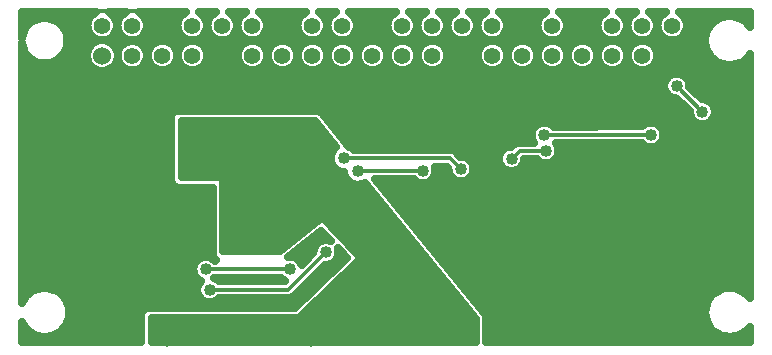
<source format=gbl>
G04 DipTrace 3.0.0.2*
G04 hobo.gbl*
%MOIN*%
G04 #@! TF.FileFunction,Copper,L2,Bot*
G04 #@! TF.Part,Single*
%ADD32C,0.06*%
%ADD33C,0.055433*%
G04 #@! TA.AperFunction,Conductor*
%ADD14C,0.012992*%
G04 #@! TA.AperFunction,CopperBalancing*
%ADD17C,0.025*%
G04 #@! TA.AperFunction,ViaPad*
%ADD40C,0.04*%
%FSLAX26Y26*%
G04*
G70*
G90*
G75*
G01*
G04 Bottom_Plane*
%LPD*%
X1024950Y1118701D2*
D14*
X1056202D1*
X1062451Y1124950D1*
X1262450Y1106201D2*
Y1099950D1*
X1255420D1*
X937450Y437451D2*
X956201D1*
X1418701D2*
X1399951D1*
X1599950Y449950D2*
X1587450D1*
X1581201Y443701D1*
X1831201Y449950D2*
X1812450D1*
X1806201Y443701D1*
X1149951Y499950D2*
X1156201Y493701D1*
X1381201Y1231201D2*
X1149951D1*
X2087451Y1149951D2*
Y1162451D1*
X2099951Y1174951D1*
X1623228Y1487008D2*
X1625394D1*
X1668701Y1443701D1*
X1866535D1*
X1923228Y1387008D1*
X1924507D1*
X1974950Y1437451D1*
X2073672D1*
X2123228Y1487008D1*
X2144144D1*
X2193701Y1437451D1*
X2273672D1*
X2323228Y1487008D1*
X568701Y1256201D2*
Y1306201D1*
X618701Y1256201D2*
Y1306201D1*
X668701Y1256201D2*
Y1306201D1*
X643701Y1331201D1*
X618701Y793701D2*
Y756201D1*
X923228Y1487008D2*
Y1489173D1*
X874950Y1537451D1*
X662451D1*
X637451Y1512451D1*
Y1487451D1*
X1323228Y1487008D2*
X1318257D1*
X1274950Y1443701D1*
X1179921D1*
X1144873Y1408652D1*
X1123228Y1387008D1*
X1323228Y1487008D2*
X1331644D1*
X1381201Y1437451D1*
X1573672D1*
X1623228Y1487008D1*
X923228D2*
X956643D1*
X999950Y1443701D1*
X1109824D1*
X1144873Y1408652D1*
X1849950Y1249950D2*
X1881201D1*
X1037451Y756201D2*
Y731201D1*
X1031201Y724950D1*
X2817046Y923427D2*
Y899564D1*
X2819395Y897215D1*
X2669451Y814009D2*
Y661589D1*
X2723717Y1199958D2*
X2638034Y1285640D1*
X1068701Y674950D2*
X1349951D1*
X1081201Y606201D2*
X1343701D1*
X1468701Y731201D1*
X2202766Y1069374D2*
X2114097D1*
X2087496Y1042773D1*
X1574239Y1003469D2*
X1792575D1*
X2552352Y1122844D2*
X2196772D1*
X1530571Y1044774D2*
X1883450D1*
X1918856Y1009369D1*
D40*
X1024950Y1118701D3*
X1262450Y1106201D3*
X937450Y437451D3*
X1418701D3*
X1599950Y449950D3*
X1831201D3*
X1149951Y499950D3*
X1381201Y1231201D3*
X2087451Y1149951D3*
X568701Y1256201D3*
X618701D3*
X668701D3*
X618701Y793701D3*
X1849950Y1249950D3*
X1037451Y756201D3*
X2817046Y923427D3*
X2669451Y814009D3*
X2723717Y1199958D3*
X2638034Y1285640D3*
X1068701Y674950D3*
X1349951D3*
X1081201Y606201D3*
X1468701Y731201D3*
X2202766Y1069374D3*
X2087496Y1042773D3*
X1574239Y1003469D3*
X1792575D3*
X2552352Y1122844D3*
X2196772D3*
X1530571Y1044774D3*
X1918856Y1009369D3*
X518701Y1256201D3*
X458701Y1506479D2*
D17*
X498842D1*
X564145D2*
X675405D1*
X871030D2*
X975405D1*
X1271030D2*
X1375405D1*
X1571030D2*
X1675405D1*
X2071030D2*
X2175405D1*
X2271030D2*
X2375405D1*
X2671030D2*
X2769790D1*
X2860141D2*
X2880288D1*
X458701Y1481611D2*
X467788D1*
X595200D2*
X671694D1*
X874741D2*
X971694D1*
X1274741D2*
X1371694D1*
X1574741D2*
X1671694D1*
X2074741D2*
X2171694D1*
X2274741D2*
X2371694D1*
X2674741D2*
X2744204D1*
X607114Y1456742D2*
X681801D1*
X764682D2*
X781801D1*
X864682D2*
X981801D1*
X1064682D2*
X1081801D1*
X1164682D2*
X1181801D1*
X1264682D2*
X1381801D1*
X1464682D2*
X1481801D1*
X1564682D2*
X1681801D1*
X1764682D2*
X1781801D1*
X1864682D2*
X1881801D1*
X1964682D2*
X1981801D1*
X2064682D2*
X2181801D1*
X2264682D2*
X2381801D1*
X2464682D2*
X2481801D1*
X2564682D2*
X2581801D1*
X2664682D2*
X2733364D1*
X609555Y1431873D2*
X695229D1*
X751206D2*
X800258D1*
X846176D2*
X900258D1*
X946176D2*
X1000258D1*
X1046176D2*
X1200258D1*
X1246176D2*
X1300258D1*
X1346176D2*
X1400258D1*
X1446176D2*
X1500258D1*
X1546176D2*
X1600258D1*
X1646176D2*
X1700258D1*
X1746176D2*
X1800258D1*
X1846176D2*
X2000258D1*
X2046176D2*
X2100258D1*
X2146176D2*
X2200258D1*
X2246176D2*
X2300258D1*
X2346176D2*
X2400258D1*
X2446176D2*
X2500258D1*
X2546176D2*
X2731118D1*
X603549Y1407004D2*
X673159D1*
X1070786D2*
X1175649D1*
X1870786D2*
X1975649D1*
X2570786D2*
X2736635D1*
X458701Y1382136D2*
X476821D1*
X586167D2*
X669350D1*
X1074790D2*
X1171645D1*
X1874790D2*
X1971645D1*
X2574790D2*
X2752163D1*
X458701Y1357267D2*
X678579D1*
X767905D2*
X781411D1*
X865073D2*
X881411D1*
X965073D2*
X981411D1*
X1065073D2*
X1181411D1*
X1265073D2*
X1281411D1*
X1365073D2*
X1381411D1*
X1465073D2*
X1481411D1*
X1565073D2*
X1581411D1*
X1665073D2*
X1681411D1*
X1765073D2*
X1781411D1*
X1865073D2*
X1981411D1*
X2065073D2*
X2081411D1*
X2165073D2*
X2181411D1*
X2265073D2*
X2281411D1*
X2365073D2*
X2381411D1*
X2465073D2*
X2481411D1*
X2565073D2*
X2795473D1*
X2834458D2*
X2880044D1*
X458701Y1332398D2*
X2879995D1*
X458701Y1307529D2*
X2600161D1*
X2675913D2*
X2879995D1*
X458701Y1282661D2*
X2594057D1*
X2683237D2*
X2879946D1*
X458701Y1257792D2*
X2604653D1*
X2708090D2*
X2879897D1*
X458701Y1232923D2*
X2648549D1*
X2751596D2*
X2879897D1*
X458701Y1208054D2*
X2673403D1*
X2767026D2*
X2879848D1*
X458701Y1183185D2*
X950942D1*
X1466147D2*
X2683169D1*
X2764292D2*
X2879799D1*
X458701Y1158317D2*
X950844D1*
X1486362D2*
X2172573D1*
X2220981D2*
X2528139D1*
X2576596D2*
X2879751D1*
X458701Y1133448D2*
X950844D1*
X1506577D2*
X2154067D1*
X2595053D2*
X2879751D1*
X458701Y1108579D2*
X950844D1*
X1526792D2*
X2155190D1*
X2593930D2*
X2879702D1*
X458701Y1083710D2*
X950844D1*
X1547690D2*
X2077651D1*
X2244321D2*
X2535756D1*
X2568930D2*
X2879653D1*
X458701Y1058842D2*
X950893D1*
X1911606D2*
X2046645D1*
X2245493D2*
X2879604D1*
X458701Y1033973D2*
X950893D1*
X1954917D2*
X2044350D1*
X2130649D2*
X2178432D1*
X2227085D2*
X2879604D1*
X458701Y1009104D2*
X950893D1*
X1836264D2*
X1874770D1*
X1962973D2*
X2060561D1*
X2114438D2*
X2879555D1*
X458701Y984235D2*
X950893D1*
X1831967D2*
X1883217D1*
X1954477D2*
X2879506D1*
X458701Y959367D2*
X952993D1*
X1648129D2*
X2879458D1*
X458701Y934498D2*
X1088393D1*
X1668344D2*
X2879458D1*
X458701Y909629D2*
X1088393D1*
X1688559D2*
X2879409D1*
X458701Y884760D2*
X1088393D1*
X1708774D2*
X2879360D1*
X458701Y859891D2*
X1088393D1*
X1729038D2*
X2879360D1*
X458701Y835023D2*
X1088393D1*
X1749253D2*
X2879311D1*
X458701Y810154D2*
X1088393D1*
X1769467D2*
X2879262D1*
X458701Y785285D2*
X1088393D1*
X1434555D2*
X1467495D1*
X1789682D2*
X2879213D1*
X458701Y760416D2*
X1088393D1*
X1402378D2*
X1436587D1*
X1809897D2*
X2879213D1*
X458701Y735548D2*
X1088393D1*
X1370200D2*
X1424819D1*
X1830112D2*
X2879165D1*
X458701Y710679D2*
X1044887D1*
X1373764D2*
X1405971D1*
X1507358D2*
X1533315D1*
X1850327D2*
X2879116D1*
X458701Y685810D2*
X1026040D1*
X1465512D2*
X1507631D1*
X1870542D2*
X2879067D1*
X458701Y660941D2*
X1027016D1*
X1440659D2*
X1481948D1*
X1890805D2*
X2879067D1*
X458701Y636073D2*
X1049770D1*
X1112631D2*
X1331362D1*
X1415756D2*
X1456264D1*
X1911020D2*
X2879018D1*
X458701Y611204D2*
X511879D1*
X551108D2*
X1037417D1*
X1390903D2*
X1430532D1*
X1931235D2*
X2795327D1*
X2834604D2*
X2878969D1*
X458701Y586335D2*
X468667D1*
X594321D2*
X1042153D1*
X1366049D2*
X1404848D1*
X1951450D2*
X2752114D1*
X609799Y561466D2*
X1379165D1*
X1971665D2*
X2736635D1*
X615366Y536598D2*
X854262D1*
X1991879D2*
X2731069D1*
X613071Y511729D2*
X850844D1*
X2005258D2*
X2733364D1*
X602231Y486860D2*
X850844D1*
X2005258D2*
X2744253D1*
X458701Y461991D2*
X486391D1*
X576596D2*
X850844D1*
X2005258D2*
X2769838D1*
X2860092D2*
X2878774D1*
X458701Y437122D2*
X850844D1*
X2005258D2*
X2878725D1*
X606991Y1431066D2*
X605132Y1419329D1*
X601460Y1408028D1*
X596065Y1397440D1*
X589080Y1387826D1*
X580678Y1379424D1*
X571064Y1372439D1*
X560476Y1367044D1*
X549174Y1363372D1*
X537438Y1361513D1*
X525554D1*
X513818Y1363372D1*
X502516Y1367044D1*
X491928Y1372439D1*
X482314Y1379424D1*
X473912Y1387826D1*
X466927Y1397440D1*
X461532Y1408028D1*
X457860Y1419329D1*
X456190Y1429475D1*
X456201Y562793D1*
X461981Y574095D1*
X469501Y584445D1*
X478547Y593491D1*
X488897Y601011D1*
X500296Y606819D1*
X512464Y610772D1*
X525099Y612774D1*
X537893D1*
X550529Y610772D1*
X562696Y606819D1*
X574095Y601011D1*
X584445Y593491D1*
X593491Y584445D1*
X601011Y574095D1*
X606819Y562696D1*
X610772Y550529D1*
X612774Y537893D1*
Y525099D1*
X610772Y512464D1*
X606819Y500296D1*
X601011Y488897D1*
X593491Y478547D1*
X584445Y469501D1*
X574095Y461981D1*
X562696Y456173D1*
X550529Y452220D1*
X537893Y450219D1*
X525099D1*
X512464Y452220D1*
X500296Y456173D1*
X488897Y461981D1*
X478547Y469501D1*
X469501Y478547D1*
X461981Y488897D1*
X456184Y500274D1*
X456201Y431201D1*
X853356D1*
X853621Y528328D1*
X854999Y533214D1*
X857480Y537643D1*
X860926Y541371D1*
X865146Y544191D1*
X869909Y545948D1*
X874950Y546545D1*
X1366210D1*
X1538355Y713135D1*
X1507857Y745276D1*
X1509783Y737708D1*
X1510295Y731201D1*
X1509783Y724694D1*
X1508259Y718347D1*
X1505762Y712317D1*
X1502351Y706752D1*
X1498113Y701789D1*
X1493149Y697550D1*
X1487584Y694140D1*
X1481554Y691642D1*
X1475208Y690118D1*
X1466878Y689678D1*
X1361944Y584841D1*
X1356454Y581172D1*
X1350258Y578886D1*
X1343365Y578123D1*
X1111914Y578110D1*
X1105649Y572550D1*
X1100084Y569140D1*
X1094054Y566642D1*
X1087708Y565118D1*
X1081201Y564606D1*
X1074694Y565118D1*
X1068347Y566642D1*
X1062317Y569140D1*
X1056752Y572550D1*
X1051789Y576789D1*
X1047550Y581752D1*
X1044140Y587317D1*
X1041642Y593347D1*
X1040118Y599694D1*
X1039606Y606201D1*
X1040118Y612708D1*
X1041642Y619054D1*
X1044140Y625084D1*
X1047550Y630649D1*
X1052773Y636522D1*
X1046968Y639485D1*
X1041687Y643321D1*
X1037072Y647937D1*
X1033236Y653217D1*
X1030272Y659033D1*
X1028256Y665240D1*
X1027235Y671687D1*
Y678214D1*
X1028256Y684660D1*
X1030272Y690868D1*
X1033236Y696683D1*
X1037072Y701964D1*
X1041687Y706579D1*
X1046968Y710415D1*
X1052783Y713378D1*
X1058991Y715395D1*
X1065437Y716416D1*
X1071964D1*
X1078411Y715395D1*
X1084618Y713378D1*
X1090434Y710415D1*
X1095714Y706579D1*
X1099351Y703022D1*
X1101168Y706538D1*
X1097182Y709680D1*
X1094039Y713667D1*
X1091914Y718277D1*
X1090923Y723256D1*
X1090857Y947167D1*
X973256Y947173D1*
X968277Y948163D1*
X963667Y950288D1*
X959681Y953431D1*
X956538Y957418D1*
X954413Y962028D1*
X953422Y967007D1*
X953356Y1181201D1*
X953952Y1186242D1*
X955709Y1191005D1*
X958529Y1195225D1*
X962257Y1198671D1*
X966686Y1201152D1*
X971572Y1202530D1*
X974950Y1202795D1*
X1440830Y1202530D1*
X1445715Y1201152D1*
X1450144Y1198671D1*
X1454207Y1194824D1*
X1544308Y1084009D1*
X1549454Y1081835D1*
X1555019Y1078425D1*
X1561221Y1072846D1*
X1885654Y1072778D1*
X1892131Y1071490D1*
X1898127Y1068726D1*
X1903541Y1064391D1*
X1917020Y1050930D1*
X1925362Y1050451D1*
X1931709Y1048927D1*
X1937739Y1046430D1*
X1943304Y1043019D1*
X1948267Y1038781D1*
X1952506Y1033817D1*
X1955917Y1028252D1*
X1958414Y1022222D1*
X1959938Y1015876D1*
X1960450Y1009369D1*
X1959938Y1002862D1*
X1958414Y996515D1*
X1955917Y990485D1*
X1952506Y984920D1*
X1948267Y979957D1*
X1943304Y975718D1*
X1937739Y972308D1*
X1931709Y969810D1*
X1925362Y968286D1*
X1918856Y967774D1*
X1912349Y968286D1*
X1906002Y969810D1*
X1899972Y972308D1*
X1894407Y975718D1*
X1889444Y979957D1*
X1885205Y984920D1*
X1881795Y990485D1*
X1879297Y996515D1*
X1877773Y1002862D1*
X1877333Y1011192D1*
X1871820Y1016678D1*
X1832034Y1016684D1*
X1833657Y1009975D1*
X1834169Y1003469D1*
X1833657Y996962D1*
X1832134Y990615D1*
X1829636Y984585D1*
X1826225Y979020D1*
X1821987Y974057D1*
X1817023Y969818D1*
X1811458Y966408D1*
X1805428Y963910D1*
X1799082Y962386D1*
X1792575Y961874D1*
X1786068Y962386D1*
X1779721Y963910D1*
X1773691Y966408D1*
X1768126Y969818D1*
X1761925Y975396D1*
X1632663Y975378D1*
X1998973Y524718D1*
X2001346Y520230D1*
X2002605Y515313D1*
X2002795Y499951D1*
Y431151D1*
X2881219Y431219D1*
X2881295Y484100D1*
X2872610Y473846D1*
X2862882Y465538D1*
X2851974Y458853D1*
X2840154Y453957D1*
X2827715Y450971D1*
X2814961Y449967D1*
X2802207Y450971D1*
X2789767Y453957D1*
X2777947Y458853D1*
X2767039Y465538D1*
X2757311Y473846D1*
X2749002Y483575D1*
X2742318Y494483D1*
X2737422Y506302D1*
X2734436Y518742D1*
X2733432Y531496D1*
X2734436Y544250D1*
X2737422Y556690D1*
X2742318Y568509D1*
X2749002Y579418D1*
X2757311Y589146D1*
X2767039Y597454D1*
X2777947Y604139D1*
X2789767Y609035D1*
X2802207Y612021D1*
X2814961Y613025D1*
X2827715Y612021D1*
X2840154Y609035D1*
X2851974Y604139D1*
X2862882Y597454D1*
X2872610Y589146D1*
X2880919Y579418D1*
X2881433Y578648D1*
X2882603Y1391521D1*
X2876956Y1384059D1*
X2867909Y1375013D1*
X2857559Y1367493D1*
X2846160Y1361685D1*
X2833993Y1357732D1*
X2821357Y1355730D1*
X2808564D1*
X2795928Y1357732D1*
X2783761Y1361685D1*
X2772362Y1367493D1*
X2762012Y1375013D1*
X2752966Y1384059D1*
X2745446Y1394409D1*
X2739638Y1405808D1*
X2735684Y1417975D1*
X2733683Y1430611D1*
Y1443405D1*
X2735684Y1456040D1*
X2739638Y1468208D1*
X2745446Y1479607D1*
X2752966Y1489957D1*
X2762012Y1499003D1*
X2772362Y1506523D1*
X2783761Y1512331D1*
X2795928Y1516284D1*
X2808564Y1518285D1*
X2821357D1*
X2833993Y1516284D1*
X2846160Y1512331D1*
X2857559Y1506523D1*
X2867909Y1499003D1*
X2876956Y1489957D1*
X2882739Y1482206D1*
X2882804Y1531364D1*
X2644786Y1531333D1*
X2652213Y1526901D1*
X2658096Y1521876D1*
X2663122Y1515992D1*
X2667165Y1509395D1*
X2670126Y1502246D1*
X2671932Y1494722D1*
X2672539Y1487008D1*
X2671932Y1479294D1*
X2670126Y1471770D1*
X2667165Y1464621D1*
X2663122Y1458024D1*
X2658096Y1452140D1*
X2652213Y1447115D1*
X2645615Y1443072D1*
X2638466Y1440110D1*
X2630942Y1438304D1*
X2623228Y1437697D1*
X2615514Y1438304D1*
X2607990Y1440110D1*
X2600842Y1443072D1*
X2594244Y1447115D1*
X2588360Y1452140D1*
X2583335Y1458024D1*
X2579292Y1464621D1*
X2576331Y1471770D1*
X2574525Y1479294D1*
X2573917Y1487008D1*
X2574525Y1494722D1*
X2576331Y1502246D1*
X2579292Y1509395D1*
X2583335Y1515992D1*
X2588360Y1521876D1*
X2594244Y1526901D1*
X2601707Y1531343D1*
X2544884Y1531327D1*
X2552213Y1526901D1*
X2558096Y1521876D1*
X2563122Y1515992D1*
X2567165Y1509395D1*
X2570126Y1502246D1*
X2571932Y1494722D1*
X2572539Y1487008D1*
X2571932Y1479294D1*
X2570126Y1471770D1*
X2567165Y1464621D1*
X2563122Y1458024D1*
X2558096Y1452140D1*
X2552213Y1447115D1*
X2545615Y1443072D1*
X2538466Y1440110D1*
X2530942Y1438304D1*
X2523228Y1437697D1*
X2515514Y1438304D1*
X2507990Y1440110D1*
X2500842Y1443072D1*
X2494244Y1447115D1*
X2488360Y1452140D1*
X2483335Y1458024D1*
X2479292Y1464621D1*
X2476331Y1471770D1*
X2474525Y1479294D1*
X2473917Y1487008D1*
X2474525Y1494722D1*
X2476331Y1502246D1*
X2479292Y1509395D1*
X2483335Y1515992D1*
X2488360Y1521876D1*
X2494244Y1526901D1*
X2501707Y1531343D1*
X2444884Y1531321D1*
X2452213Y1526901D1*
X2458096Y1521876D1*
X2463122Y1515992D1*
X2467165Y1509395D1*
X2470126Y1502246D1*
X2471932Y1494722D1*
X2472539Y1487008D1*
X2471932Y1479294D1*
X2470126Y1471770D1*
X2467165Y1464621D1*
X2463122Y1458024D1*
X2458096Y1452140D1*
X2452213Y1447115D1*
X2445615Y1443072D1*
X2438466Y1440110D1*
X2430942Y1438304D1*
X2423228Y1437697D1*
X2415514Y1438304D1*
X2407990Y1440110D1*
X2400842Y1443072D1*
X2394244Y1447115D1*
X2388360Y1452140D1*
X2383335Y1458024D1*
X2379292Y1464621D1*
X2376331Y1471770D1*
X2374525Y1479294D1*
X2373917Y1487008D1*
X2374525Y1494722D1*
X2376331Y1502246D1*
X2379292Y1509395D1*
X2383335Y1515992D1*
X2388360Y1521876D1*
X2394244Y1526901D1*
X2401680Y1531330D1*
X2244884Y1531309D1*
X2252213Y1526901D1*
X2258096Y1521876D1*
X2263122Y1515992D1*
X2267165Y1509395D1*
X2270126Y1502246D1*
X2271932Y1494722D1*
X2272539Y1487008D1*
X2271932Y1479294D1*
X2270126Y1471770D1*
X2267165Y1464621D1*
X2263122Y1458024D1*
X2258096Y1452140D1*
X2252213Y1447115D1*
X2245615Y1443072D1*
X2238466Y1440110D1*
X2230942Y1438304D1*
X2223228Y1437697D1*
X2215514Y1438304D1*
X2207990Y1440110D1*
X2200842Y1443072D1*
X2194244Y1447115D1*
X2188360Y1452140D1*
X2183335Y1458024D1*
X2179292Y1464621D1*
X2176331Y1471770D1*
X2174525Y1479294D1*
X2173917Y1487008D1*
X2174525Y1494722D1*
X2176331Y1502246D1*
X2179292Y1509395D1*
X2183335Y1515992D1*
X2188360Y1521876D1*
X2194244Y1526901D1*
X2201652Y1531318D1*
X2044884Y1531297D1*
X2052213Y1526901D1*
X2058096Y1521876D1*
X2063122Y1515992D1*
X2067165Y1509395D1*
X2070126Y1502246D1*
X2071932Y1494722D1*
X2072539Y1487008D1*
X2071932Y1479294D1*
X2070126Y1471770D1*
X2067165Y1464621D1*
X2063122Y1458024D1*
X2058096Y1452140D1*
X2052213Y1447115D1*
X2045615Y1443072D1*
X2038466Y1440110D1*
X2030942Y1438304D1*
X2023228Y1437697D1*
X2015514Y1438304D1*
X2007990Y1440110D1*
X2000842Y1443072D1*
X1994244Y1447115D1*
X1988360Y1452140D1*
X1983335Y1458024D1*
X1979292Y1464621D1*
X1976331Y1471770D1*
X1974525Y1479294D1*
X1973917Y1487008D1*
X1974525Y1494722D1*
X1976331Y1502246D1*
X1979292Y1509395D1*
X1983335Y1515992D1*
X1988360Y1521876D1*
X1994244Y1526901D1*
X2001625Y1531305D1*
X1944884Y1531291D1*
X1952213Y1526901D1*
X1958096Y1521876D1*
X1963122Y1515992D1*
X1967165Y1509395D1*
X1970126Y1502246D1*
X1971932Y1494722D1*
X1972539Y1487008D1*
X1971932Y1479294D1*
X1970126Y1471770D1*
X1967165Y1464621D1*
X1963122Y1458024D1*
X1958096Y1452140D1*
X1952213Y1447115D1*
X1945615Y1443072D1*
X1938466Y1440110D1*
X1930942Y1438304D1*
X1923228Y1437697D1*
X1915514Y1438304D1*
X1907990Y1440110D1*
X1900842Y1443072D1*
X1894244Y1447115D1*
X1888360Y1452140D1*
X1883335Y1458024D1*
X1879292Y1464621D1*
X1876331Y1471770D1*
X1874525Y1479294D1*
X1873917Y1487008D1*
X1874525Y1494722D1*
X1876331Y1502246D1*
X1879292Y1509395D1*
X1883335Y1515992D1*
X1888360Y1521876D1*
X1894244Y1526901D1*
X1901625Y1531305D1*
X1844981Y1531285D1*
X1852213Y1526901D1*
X1858096Y1521876D1*
X1863122Y1515992D1*
X1867165Y1509395D1*
X1870126Y1502246D1*
X1871932Y1494722D1*
X1872539Y1487008D1*
X1871932Y1479294D1*
X1870126Y1471770D1*
X1867165Y1464621D1*
X1863122Y1458024D1*
X1858096Y1452140D1*
X1852213Y1447115D1*
X1845615Y1443072D1*
X1838466Y1440110D1*
X1830942Y1438304D1*
X1823228Y1437697D1*
X1815514Y1438304D1*
X1807990Y1440110D1*
X1800842Y1443072D1*
X1794244Y1447115D1*
X1788360Y1452140D1*
X1783335Y1458024D1*
X1779292Y1464621D1*
X1776331Y1471770D1*
X1774525Y1479294D1*
X1773917Y1487008D1*
X1774525Y1494722D1*
X1776331Y1502246D1*
X1779292Y1509395D1*
X1783335Y1515992D1*
X1788360Y1521876D1*
X1794244Y1526901D1*
X1801597Y1531292D1*
X1744981Y1531279D1*
X1752213Y1526901D1*
X1758096Y1521876D1*
X1763122Y1515992D1*
X1767165Y1509395D1*
X1770126Y1502246D1*
X1771932Y1494722D1*
X1772539Y1487008D1*
X1771932Y1479294D1*
X1770126Y1471770D1*
X1767165Y1464621D1*
X1763122Y1458024D1*
X1758096Y1452140D1*
X1752213Y1447115D1*
X1745615Y1443072D1*
X1738466Y1440110D1*
X1730942Y1438304D1*
X1723228Y1437697D1*
X1715514Y1438304D1*
X1707990Y1440110D1*
X1700842Y1443072D1*
X1694244Y1447115D1*
X1688360Y1452140D1*
X1683335Y1458024D1*
X1679292Y1464621D1*
X1676331Y1471770D1*
X1674525Y1479294D1*
X1673917Y1487008D1*
X1674525Y1494722D1*
X1676331Y1502246D1*
X1679292Y1509395D1*
X1683335Y1515992D1*
X1688360Y1521876D1*
X1694244Y1526901D1*
X1701597Y1531292D1*
X1544981Y1531267D1*
X1552213Y1526901D1*
X1558096Y1521876D1*
X1563122Y1515992D1*
X1567165Y1509395D1*
X1570126Y1502246D1*
X1571932Y1494722D1*
X1572539Y1487008D1*
X1571932Y1479294D1*
X1570126Y1471770D1*
X1567165Y1464621D1*
X1563122Y1458024D1*
X1558096Y1452140D1*
X1552213Y1447115D1*
X1545615Y1443072D1*
X1538466Y1440110D1*
X1530942Y1438304D1*
X1523228Y1437697D1*
X1515514Y1438304D1*
X1507990Y1440110D1*
X1500842Y1443072D1*
X1494244Y1447115D1*
X1488360Y1452140D1*
X1483335Y1458024D1*
X1479292Y1464621D1*
X1476331Y1471770D1*
X1474525Y1479294D1*
X1473917Y1487008D1*
X1474525Y1494722D1*
X1476331Y1502246D1*
X1479292Y1509395D1*
X1483335Y1515992D1*
X1488360Y1521876D1*
X1494244Y1526901D1*
X1501570Y1531280D1*
X1444981Y1531261D1*
X1452213Y1526901D1*
X1458096Y1521876D1*
X1463122Y1515992D1*
X1467165Y1509395D1*
X1470126Y1502246D1*
X1471932Y1494722D1*
X1472539Y1487008D1*
X1471932Y1479294D1*
X1470126Y1471770D1*
X1467165Y1464621D1*
X1463122Y1458024D1*
X1458096Y1452140D1*
X1452213Y1447115D1*
X1445615Y1443072D1*
X1438466Y1440110D1*
X1430942Y1438304D1*
X1423228Y1437697D1*
X1415514Y1438304D1*
X1407990Y1440110D1*
X1400842Y1443072D1*
X1394244Y1447115D1*
X1388360Y1452140D1*
X1383335Y1458024D1*
X1379292Y1464621D1*
X1376331Y1471770D1*
X1374525Y1479294D1*
X1373917Y1487008D1*
X1374525Y1494722D1*
X1376331Y1502246D1*
X1379292Y1509395D1*
X1383335Y1515992D1*
X1388360Y1521876D1*
X1394244Y1526901D1*
X1401542Y1531267D1*
X1244981Y1531249D1*
X1252213Y1526901D1*
X1258096Y1521876D1*
X1263122Y1515992D1*
X1267165Y1509395D1*
X1270126Y1502246D1*
X1271932Y1494722D1*
X1272539Y1487008D1*
X1271932Y1479294D1*
X1270126Y1471770D1*
X1267165Y1464621D1*
X1263122Y1458024D1*
X1258096Y1452140D1*
X1252213Y1447115D1*
X1245615Y1443072D1*
X1238466Y1440110D1*
X1230942Y1438304D1*
X1223228Y1437697D1*
X1215514Y1438304D1*
X1207990Y1440110D1*
X1200842Y1443072D1*
X1194244Y1447115D1*
X1188360Y1452140D1*
X1183335Y1458024D1*
X1179292Y1464621D1*
X1176331Y1471770D1*
X1174525Y1479294D1*
X1173917Y1487008D1*
X1174525Y1494722D1*
X1176331Y1502246D1*
X1179292Y1509395D1*
X1183335Y1515992D1*
X1188360Y1521876D1*
X1194244Y1526901D1*
X1201515Y1531254D1*
X1144981Y1531243D1*
X1152213Y1526901D1*
X1158096Y1521876D1*
X1163122Y1515992D1*
X1167165Y1509395D1*
X1170126Y1502246D1*
X1171932Y1494722D1*
X1172539Y1487008D1*
X1171932Y1479294D1*
X1170126Y1471770D1*
X1167165Y1464621D1*
X1163122Y1458024D1*
X1158096Y1452140D1*
X1152213Y1447115D1*
X1145615Y1443072D1*
X1138466Y1440110D1*
X1130942Y1438304D1*
X1123228Y1437697D1*
X1115514Y1438304D1*
X1107990Y1440110D1*
X1100842Y1443072D1*
X1094244Y1447115D1*
X1088360Y1452140D1*
X1083335Y1458024D1*
X1079292Y1464621D1*
X1076331Y1471770D1*
X1074525Y1479294D1*
X1073917Y1487008D1*
X1074525Y1494722D1*
X1076331Y1502246D1*
X1079292Y1509395D1*
X1083335Y1515992D1*
X1088360Y1521876D1*
X1094244Y1526901D1*
X1101515Y1531254D1*
X1045079Y1531237D1*
X1052213Y1526901D1*
X1058096Y1521876D1*
X1063122Y1515992D1*
X1067165Y1509395D1*
X1070126Y1502246D1*
X1071932Y1494722D1*
X1072539Y1487008D1*
X1071932Y1479294D1*
X1070126Y1471770D1*
X1067165Y1464621D1*
X1063122Y1458024D1*
X1058096Y1452140D1*
X1052213Y1447115D1*
X1045615Y1443072D1*
X1038466Y1440110D1*
X1030942Y1438304D1*
X1023228Y1437697D1*
X1015514Y1438304D1*
X1007990Y1440110D1*
X1000842Y1443072D1*
X994244Y1447115D1*
X988360Y1452140D1*
X983335Y1458024D1*
X979292Y1464621D1*
X976331Y1471770D1*
X974525Y1479294D1*
X973917Y1487008D1*
X974525Y1494722D1*
X976331Y1502246D1*
X979292Y1509395D1*
X983335Y1515992D1*
X988360Y1521876D1*
X994244Y1526901D1*
X1001487Y1531242D1*
X845615Y1530944D1*
X852213Y1526901D1*
X858096Y1521876D1*
X863122Y1515992D1*
X867165Y1509395D1*
X870126Y1502246D1*
X871932Y1494722D1*
X872539Y1487008D1*
X871932Y1479294D1*
X870126Y1471770D1*
X867165Y1464621D1*
X863122Y1458024D1*
X858096Y1452140D1*
X852213Y1447115D1*
X845615Y1443072D1*
X838466Y1440110D1*
X830942Y1438304D1*
X823228Y1437697D1*
X815514Y1438304D1*
X807990Y1440110D1*
X800842Y1443072D1*
X794244Y1447115D1*
X788360Y1452140D1*
X783335Y1458024D1*
X779292Y1464621D1*
X776331Y1471770D1*
X774525Y1479294D1*
X773917Y1487008D1*
X774525Y1494722D1*
X776331Y1502246D1*
X779292Y1509395D1*
X783335Y1515992D1*
X788360Y1521876D1*
X794244Y1526901D1*
X801460Y1531229D1*
X745615Y1530944D1*
X752213Y1526901D1*
X758096Y1521876D1*
X763122Y1515992D1*
X767165Y1509395D1*
X770126Y1502246D1*
X771932Y1494722D1*
X772539Y1487008D1*
X771932Y1479294D1*
X770126Y1471770D1*
X767165Y1464621D1*
X763122Y1458024D1*
X758096Y1452140D1*
X752213Y1447115D1*
X745615Y1443072D1*
X738466Y1440110D1*
X729846Y1438174D1*
X739172Y1436077D1*
X746652Y1432979D1*
X753555Y1428749D1*
X759711Y1423491D1*
X764969Y1417334D1*
X769199Y1410431D1*
X772298Y1402951D1*
X774361Y1393618D1*
X776331Y1402246D1*
X779292Y1409395D1*
X783335Y1415992D1*
X788360Y1421876D1*
X794244Y1426901D1*
X800842Y1430944D1*
X807990Y1433905D1*
X815514Y1435712D1*
X823228Y1436319D1*
X830942Y1435712D1*
X838466Y1433905D1*
X845615Y1430944D1*
X852213Y1426901D1*
X858096Y1421876D1*
X863122Y1415992D1*
X867165Y1409395D1*
X870126Y1402246D1*
X871932Y1394722D1*
X872539Y1387008D1*
X871932Y1379294D1*
X870126Y1371770D1*
X867165Y1364621D1*
X863122Y1358024D1*
X858096Y1352140D1*
X852213Y1347115D1*
X845615Y1343072D1*
X838466Y1340110D1*
X830942Y1338304D1*
X823228Y1337697D1*
X815514Y1338304D1*
X807990Y1340110D1*
X800842Y1343072D1*
X794244Y1347115D1*
X788360Y1352140D1*
X783335Y1358024D1*
X779292Y1364621D1*
X776331Y1371770D1*
X774395Y1380390D1*
X772298Y1371064D1*
X769199Y1363584D1*
X764969Y1356681D1*
X759711Y1350525D1*
X753555Y1345267D1*
X746652Y1341037D1*
X739172Y1337939D1*
X731300Y1336049D1*
X723228Y1335413D1*
X715157Y1336049D1*
X707285Y1337939D1*
X699805Y1341037D1*
X692902Y1345267D1*
X686746Y1350525D1*
X681488Y1356681D1*
X677257Y1363584D1*
X674159Y1371064D1*
X672269Y1378937D1*
X671634Y1387008D1*
X672269Y1395079D1*
X674159Y1402951D1*
X677257Y1410431D1*
X681488Y1417334D1*
X686746Y1423491D1*
X692902Y1428749D1*
X699805Y1432979D1*
X707285Y1436077D1*
X716619Y1438140D1*
X707990Y1440110D1*
X700842Y1443072D1*
X694244Y1447115D1*
X688360Y1452140D1*
X683335Y1458024D1*
X679292Y1464621D1*
X676331Y1471770D1*
X674525Y1479294D1*
X673917Y1487008D1*
X674525Y1494722D1*
X676331Y1502246D1*
X679292Y1509395D1*
X683335Y1515992D1*
X688360Y1521876D1*
X694244Y1526901D1*
X701460Y1531229D1*
X456201Y1531201D1*
Y1445117D1*
X457860Y1454686D1*
X461532Y1465988D1*
X466927Y1476576D1*
X473912Y1486190D1*
X482314Y1494592D1*
X491928Y1501577D1*
X502516Y1506972D1*
X513818Y1510644D1*
X525554Y1512503D1*
X537438D1*
X549174Y1510644D1*
X560476Y1506972D1*
X571064Y1501577D1*
X580678Y1494592D1*
X589080Y1486190D1*
X596065Y1476576D1*
X601460Y1465988D1*
X605132Y1454686D1*
X606991Y1442949D1*
Y1431066D1*
X972387Y1383139D2*
X971177Y1375496D1*
X968786Y1368137D1*
X965273Y1361243D1*
X960725Y1354983D1*
X955253Y1349512D1*
X948993Y1344963D1*
X942099Y1341451D1*
X934740Y1339059D1*
X927097Y1337849D1*
X919359D1*
X911717Y1339059D1*
X904358Y1341451D1*
X897463Y1344963D1*
X891204Y1349512D1*
X885732Y1354983D1*
X881184Y1361243D1*
X877671Y1368137D1*
X875280Y1375496D1*
X874070Y1383139D1*
Y1390877D1*
X875280Y1398519D1*
X877671Y1405878D1*
X881184Y1412773D1*
X885732Y1419033D1*
X891204Y1424504D1*
X897463Y1429052D1*
X904358Y1432565D1*
X911717Y1434956D1*
X919359Y1436167D1*
X927097D1*
X934740Y1434956D1*
X942099Y1432565D1*
X948993Y1429052D1*
X955253Y1424504D1*
X960725Y1419033D1*
X965273Y1412773D1*
X968786Y1405878D1*
X971177Y1398519D1*
X972387Y1390877D1*
Y1383139D1*
X1072387D2*
X1071177Y1375496D1*
X1068786Y1368137D1*
X1065273Y1361243D1*
X1060725Y1354983D1*
X1055253Y1349512D1*
X1048993Y1344963D1*
X1042099Y1341451D1*
X1034740Y1339059D1*
X1027097Y1337849D1*
X1019359D1*
X1011717Y1339059D1*
X1004358Y1341451D1*
X997463Y1344963D1*
X991204Y1349512D1*
X985732Y1354983D1*
X981184Y1361243D1*
X977671Y1368137D1*
X975280Y1375496D1*
X974070Y1383139D1*
Y1390877D1*
X975280Y1398519D1*
X977671Y1405878D1*
X981184Y1412773D1*
X985732Y1419033D1*
X991204Y1424504D1*
X997463Y1429052D1*
X1004358Y1432565D1*
X1011717Y1434956D1*
X1019359Y1436167D1*
X1027097D1*
X1034740Y1434956D1*
X1042099Y1432565D1*
X1048993Y1429052D1*
X1055253Y1424504D1*
X1060725Y1419033D1*
X1065273Y1412773D1*
X1068786Y1405878D1*
X1071177Y1398519D1*
X1072387Y1390877D1*
Y1383139D1*
X1272387D2*
X1271177Y1375496D1*
X1268786Y1368137D1*
X1265273Y1361243D1*
X1260725Y1354983D1*
X1255253Y1349512D1*
X1248993Y1344963D1*
X1242099Y1341451D1*
X1234740Y1339059D1*
X1227097Y1337849D1*
X1219359D1*
X1211717Y1339059D1*
X1204358Y1341451D1*
X1197463Y1344963D1*
X1191204Y1349512D1*
X1185732Y1354983D1*
X1181184Y1361243D1*
X1177671Y1368137D1*
X1175280Y1375496D1*
X1174070Y1383139D1*
Y1390877D1*
X1175280Y1398519D1*
X1177671Y1405878D1*
X1181184Y1412773D1*
X1185732Y1419033D1*
X1191204Y1424504D1*
X1197463Y1429052D1*
X1204358Y1432565D1*
X1211717Y1434956D1*
X1219359Y1436167D1*
X1227097D1*
X1234740Y1434956D1*
X1242099Y1432565D1*
X1248993Y1429052D1*
X1255253Y1424504D1*
X1260725Y1419033D1*
X1265273Y1412773D1*
X1268786Y1405878D1*
X1271177Y1398519D1*
X1272387Y1390877D1*
Y1383139D1*
X1372387D2*
X1371177Y1375496D1*
X1368786Y1368137D1*
X1365273Y1361243D1*
X1360725Y1354983D1*
X1355253Y1349512D1*
X1348993Y1344963D1*
X1342099Y1341451D1*
X1334740Y1339059D1*
X1327097Y1337849D1*
X1319359D1*
X1311717Y1339059D1*
X1304358Y1341451D1*
X1297463Y1344963D1*
X1291204Y1349512D1*
X1285732Y1354983D1*
X1281184Y1361243D1*
X1277671Y1368137D1*
X1275280Y1375496D1*
X1274070Y1383139D1*
Y1390877D1*
X1275280Y1398519D1*
X1277671Y1405878D1*
X1281184Y1412773D1*
X1285732Y1419033D1*
X1291204Y1424504D1*
X1297463Y1429052D1*
X1304358Y1432565D1*
X1311717Y1434956D1*
X1319359Y1436167D1*
X1327097D1*
X1334740Y1434956D1*
X1342099Y1432565D1*
X1348993Y1429052D1*
X1355253Y1424504D1*
X1360725Y1419033D1*
X1365273Y1412773D1*
X1368786Y1405878D1*
X1371177Y1398519D1*
X1372387Y1390877D1*
Y1383139D1*
X1472387D2*
X1471177Y1375496D1*
X1468786Y1368137D1*
X1465273Y1361243D1*
X1460725Y1354983D1*
X1455253Y1349512D1*
X1448993Y1344963D1*
X1442099Y1341451D1*
X1434740Y1339059D1*
X1427097Y1337849D1*
X1419359D1*
X1411717Y1339059D1*
X1404358Y1341451D1*
X1397463Y1344963D1*
X1391204Y1349512D1*
X1385732Y1354983D1*
X1381184Y1361243D1*
X1377671Y1368137D1*
X1375280Y1375496D1*
X1374070Y1383139D1*
Y1390877D1*
X1375280Y1398519D1*
X1377671Y1405878D1*
X1381184Y1412773D1*
X1385732Y1419033D1*
X1391204Y1424504D1*
X1397463Y1429052D1*
X1404358Y1432565D1*
X1411717Y1434956D1*
X1419359Y1436167D1*
X1427097D1*
X1434740Y1434956D1*
X1442099Y1432565D1*
X1448993Y1429052D1*
X1455253Y1424504D1*
X1460725Y1419033D1*
X1465273Y1412773D1*
X1468786Y1405878D1*
X1471177Y1398519D1*
X1472387Y1390877D1*
Y1383139D1*
X1572387D2*
X1571177Y1375496D1*
X1568786Y1368137D1*
X1565273Y1361243D1*
X1560725Y1354983D1*
X1555253Y1349512D1*
X1548993Y1344963D1*
X1542099Y1341451D1*
X1534740Y1339059D1*
X1527097Y1337849D1*
X1519359D1*
X1511717Y1339059D1*
X1504358Y1341451D1*
X1497463Y1344963D1*
X1491204Y1349512D1*
X1485732Y1354983D1*
X1481184Y1361243D1*
X1477671Y1368137D1*
X1475280Y1375496D1*
X1474070Y1383139D1*
Y1390877D1*
X1475280Y1398519D1*
X1477671Y1405878D1*
X1481184Y1412773D1*
X1485732Y1419033D1*
X1491204Y1424504D1*
X1497463Y1429052D1*
X1504358Y1432565D1*
X1511717Y1434956D1*
X1519359Y1436167D1*
X1527097D1*
X1534740Y1434956D1*
X1542099Y1432565D1*
X1548993Y1429052D1*
X1555253Y1424504D1*
X1560725Y1419033D1*
X1565273Y1412773D1*
X1568786Y1405878D1*
X1571177Y1398519D1*
X1572387Y1390877D1*
Y1383139D1*
X1672387D2*
X1671177Y1375496D1*
X1668786Y1368137D1*
X1665273Y1361243D1*
X1660725Y1354983D1*
X1655253Y1349512D1*
X1648993Y1344963D1*
X1642099Y1341451D1*
X1634740Y1339059D1*
X1627097Y1337849D1*
X1619359D1*
X1611717Y1339059D1*
X1604358Y1341451D1*
X1597463Y1344963D1*
X1591204Y1349512D1*
X1585732Y1354983D1*
X1581184Y1361243D1*
X1577671Y1368137D1*
X1575280Y1375496D1*
X1574070Y1383139D1*
Y1390877D1*
X1575280Y1398519D1*
X1577671Y1405878D1*
X1581184Y1412773D1*
X1585732Y1419033D1*
X1591204Y1424504D1*
X1597463Y1429052D1*
X1604358Y1432565D1*
X1611717Y1434956D1*
X1619359Y1436167D1*
X1627097D1*
X1634740Y1434956D1*
X1642099Y1432565D1*
X1648993Y1429052D1*
X1655253Y1424504D1*
X1660725Y1419033D1*
X1665273Y1412773D1*
X1668786Y1405878D1*
X1671177Y1398519D1*
X1672387Y1390877D1*
Y1383139D1*
X1772387D2*
X1771177Y1375496D1*
X1768786Y1368137D1*
X1765273Y1361243D1*
X1760725Y1354983D1*
X1755253Y1349512D1*
X1748993Y1344963D1*
X1742099Y1341451D1*
X1734740Y1339059D1*
X1727097Y1337849D1*
X1719359D1*
X1711717Y1339059D1*
X1704358Y1341451D1*
X1697463Y1344963D1*
X1691204Y1349512D1*
X1685732Y1354983D1*
X1681184Y1361243D1*
X1677671Y1368137D1*
X1675280Y1375496D1*
X1674070Y1383139D1*
Y1390877D1*
X1675280Y1398519D1*
X1677671Y1405878D1*
X1681184Y1412773D1*
X1685732Y1419033D1*
X1691204Y1424504D1*
X1697463Y1429052D1*
X1704358Y1432565D1*
X1711717Y1434956D1*
X1719359Y1436167D1*
X1727097D1*
X1734740Y1434956D1*
X1742099Y1432565D1*
X1748993Y1429052D1*
X1755253Y1424504D1*
X1760725Y1419033D1*
X1765273Y1412773D1*
X1768786Y1405878D1*
X1771177Y1398519D1*
X1772387Y1390877D1*
Y1383139D1*
X1872387D2*
X1871177Y1375496D1*
X1868786Y1368137D1*
X1865273Y1361243D1*
X1860725Y1354983D1*
X1855253Y1349512D1*
X1848993Y1344963D1*
X1842099Y1341451D1*
X1834740Y1339059D1*
X1827097Y1337849D1*
X1819359D1*
X1811717Y1339059D1*
X1804358Y1341451D1*
X1797463Y1344963D1*
X1791204Y1349512D1*
X1785732Y1354983D1*
X1781184Y1361243D1*
X1777671Y1368137D1*
X1775280Y1375496D1*
X1774070Y1383139D1*
Y1390877D1*
X1775280Y1398519D1*
X1777671Y1405878D1*
X1781184Y1412773D1*
X1785732Y1419033D1*
X1791204Y1424504D1*
X1797463Y1429052D1*
X1804358Y1432565D1*
X1811717Y1434956D1*
X1819359Y1436167D1*
X1827097D1*
X1834740Y1434956D1*
X1842099Y1432565D1*
X1848993Y1429052D1*
X1855253Y1424504D1*
X1860725Y1419033D1*
X1865273Y1412773D1*
X1868786Y1405878D1*
X1871177Y1398519D1*
X1872387Y1390877D1*
Y1383139D1*
X2072387D2*
X2071177Y1375496D1*
X2068786Y1368137D1*
X2065273Y1361243D1*
X2060725Y1354983D1*
X2055253Y1349512D1*
X2048993Y1344963D1*
X2042099Y1341451D1*
X2034740Y1339059D1*
X2027097Y1337849D1*
X2019359D1*
X2011717Y1339059D1*
X2004358Y1341451D1*
X1997463Y1344963D1*
X1991204Y1349512D1*
X1985732Y1354983D1*
X1981184Y1361243D1*
X1977671Y1368137D1*
X1975280Y1375496D1*
X1974070Y1383139D1*
Y1390877D1*
X1975280Y1398519D1*
X1977671Y1405878D1*
X1981184Y1412773D1*
X1985732Y1419033D1*
X1991204Y1424504D1*
X1997463Y1429052D1*
X2004358Y1432565D1*
X2011717Y1434956D1*
X2019359Y1436167D1*
X2027097D1*
X2034740Y1434956D1*
X2042099Y1432565D1*
X2048993Y1429052D1*
X2055253Y1424504D1*
X2060725Y1419033D1*
X2065273Y1412773D1*
X2068786Y1405878D1*
X2071177Y1398519D1*
X2072387Y1390877D1*
Y1383139D1*
X2172387D2*
X2171177Y1375496D1*
X2168786Y1368137D1*
X2165273Y1361243D1*
X2160725Y1354983D1*
X2155253Y1349512D1*
X2148993Y1344963D1*
X2142099Y1341451D1*
X2134740Y1339059D1*
X2127097Y1337849D1*
X2119359D1*
X2111717Y1339059D1*
X2104358Y1341451D1*
X2097463Y1344963D1*
X2091204Y1349512D1*
X2085732Y1354983D1*
X2081184Y1361243D1*
X2077671Y1368137D1*
X2075280Y1375496D1*
X2074070Y1383139D1*
Y1390877D1*
X2075280Y1398519D1*
X2077671Y1405878D1*
X2081184Y1412773D1*
X2085732Y1419033D1*
X2091204Y1424504D1*
X2097463Y1429052D1*
X2104358Y1432565D1*
X2111717Y1434956D1*
X2119359Y1436167D1*
X2127097D1*
X2134740Y1434956D1*
X2142099Y1432565D1*
X2148993Y1429052D1*
X2155253Y1424504D1*
X2160725Y1419033D1*
X2165273Y1412773D1*
X2168786Y1405878D1*
X2171177Y1398519D1*
X2172387Y1390877D1*
Y1383139D1*
X2272387D2*
X2271177Y1375496D1*
X2268786Y1368137D1*
X2265273Y1361243D1*
X2260725Y1354983D1*
X2255253Y1349512D1*
X2248993Y1344963D1*
X2242099Y1341451D1*
X2234740Y1339059D1*
X2227097Y1337849D1*
X2219359D1*
X2211717Y1339059D1*
X2204358Y1341451D1*
X2197463Y1344963D1*
X2191204Y1349512D1*
X2185732Y1354983D1*
X2181184Y1361243D1*
X2177671Y1368137D1*
X2175280Y1375496D1*
X2174070Y1383139D1*
Y1390877D1*
X2175280Y1398519D1*
X2177671Y1405878D1*
X2181184Y1412773D1*
X2185732Y1419033D1*
X2191204Y1424504D1*
X2197463Y1429052D1*
X2204358Y1432565D1*
X2211717Y1434956D1*
X2219359Y1436167D1*
X2227097D1*
X2234740Y1434956D1*
X2242099Y1432565D1*
X2248993Y1429052D1*
X2255253Y1424504D1*
X2260725Y1419033D1*
X2265273Y1412773D1*
X2268786Y1405878D1*
X2271177Y1398519D1*
X2272387Y1390877D1*
Y1383139D1*
X2372387D2*
X2371177Y1375496D1*
X2368786Y1368137D1*
X2365273Y1361243D1*
X2360725Y1354983D1*
X2355253Y1349512D1*
X2348993Y1344963D1*
X2342099Y1341451D1*
X2334740Y1339059D1*
X2327097Y1337849D1*
X2319359D1*
X2311717Y1339059D1*
X2304358Y1341451D1*
X2297463Y1344963D1*
X2291204Y1349512D1*
X2285732Y1354983D1*
X2281184Y1361243D1*
X2277671Y1368137D1*
X2275280Y1375496D1*
X2274070Y1383139D1*
Y1390877D1*
X2275280Y1398519D1*
X2277671Y1405878D1*
X2281184Y1412773D1*
X2285732Y1419033D1*
X2291204Y1424504D1*
X2297463Y1429052D1*
X2304358Y1432565D1*
X2311717Y1434956D1*
X2319359Y1436167D1*
X2327097D1*
X2334740Y1434956D1*
X2342099Y1432565D1*
X2348993Y1429052D1*
X2355253Y1424504D1*
X2360725Y1419033D1*
X2365273Y1412773D1*
X2368786Y1405878D1*
X2371177Y1398519D1*
X2372387Y1390877D1*
Y1383139D1*
X2472387D2*
X2471177Y1375496D1*
X2468786Y1368137D1*
X2465273Y1361243D1*
X2460725Y1354983D1*
X2455253Y1349512D1*
X2448993Y1344963D1*
X2442099Y1341451D1*
X2434740Y1339059D1*
X2427097Y1337849D1*
X2419359D1*
X2411717Y1339059D1*
X2404358Y1341451D1*
X2397463Y1344963D1*
X2391204Y1349512D1*
X2385732Y1354983D1*
X2381184Y1361243D1*
X2377671Y1368137D1*
X2375280Y1375496D1*
X2374070Y1383139D1*
Y1390877D1*
X2375280Y1398519D1*
X2377671Y1405878D1*
X2381184Y1412773D1*
X2385732Y1419033D1*
X2391204Y1424504D1*
X2397463Y1429052D1*
X2404358Y1432565D1*
X2411717Y1434956D1*
X2419359Y1436167D1*
X2427097D1*
X2434740Y1434956D1*
X2442099Y1432565D1*
X2448993Y1429052D1*
X2455253Y1424504D1*
X2460725Y1419033D1*
X2465273Y1412773D1*
X2468786Y1405878D1*
X2471177Y1398519D1*
X2472387Y1390877D1*
Y1383139D1*
X2572387D2*
X2571177Y1375496D1*
X2568786Y1368137D1*
X2565273Y1361243D1*
X2560725Y1354983D1*
X2555253Y1349512D1*
X2548993Y1344963D1*
X2542099Y1341451D1*
X2534740Y1339059D1*
X2527097Y1337849D1*
X2519359D1*
X2511717Y1339059D1*
X2504358Y1341451D1*
X2497463Y1344963D1*
X2491204Y1349512D1*
X2485732Y1354983D1*
X2481184Y1361243D1*
X2477671Y1368137D1*
X2475280Y1375496D1*
X2474070Y1383139D1*
Y1390877D1*
X2475280Y1398519D1*
X2477671Y1405878D1*
X2481184Y1412773D1*
X2485732Y1419033D1*
X2491204Y1424504D1*
X2497463Y1429052D1*
X2504358Y1432565D1*
X2511717Y1434956D1*
X2519359Y1436167D1*
X2527097D1*
X2534740Y1434956D1*
X2542099Y1432565D1*
X2548993Y1429052D1*
X2555253Y1424504D1*
X2560725Y1419033D1*
X2565273Y1412773D1*
X2568786Y1405878D1*
X2571177Y1398519D1*
X2572387Y1390877D1*
Y1383139D1*
X1453989Y802201D2*
X1342174Y715798D1*
X1349951Y716545D1*
X1356458Y716033D1*
X1362805Y714509D1*
X1368835Y712011D1*
X1374400Y708601D1*
X1379363Y704362D1*
X1383602Y699399D1*
X1387012Y693834D1*
X1388455Y690664D1*
X1427176Y729402D1*
X1427618Y737708D1*
X1429142Y744054D1*
X1431640Y750084D1*
X1435050Y755649D1*
X1439289Y760613D1*
X1444252Y764851D1*
X1449817Y768262D1*
X1455847Y770759D1*
X1462194Y772283D1*
X1468701Y772795D1*
X1475208Y772283D1*
X1481554Y770759D1*
X1484954Y769474D1*
X1453926Y802203D1*
X2682136Y1201812D2*
X2639876Y1244073D1*
X2631527Y1244558D1*
X2625181Y1246082D1*
X2619151Y1248579D1*
X2613585Y1251990D1*
X2608622Y1256229D1*
X2604383Y1261192D1*
X2600973Y1266757D1*
X2598475Y1272787D1*
X2596952Y1279134D1*
X2596440Y1285640D1*
X2596952Y1292147D1*
X2598475Y1298494D1*
X2600973Y1304524D1*
X2604383Y1310089D1*
X2608622Y1315052D1*
X2613585Y1319291D1*
X2619151Y1322701D1*
X2625181Y1325199D1*
X2631527Y1326723D1*
X2638034Y1327235D1*
X2644541Y1326723D1*
X2650888Y1325199D1*
X2656918Y1322701D1*
X2662483Y1319291D1*
X2667446Y1315052D1*
X2671685Y1310089D1*
X2675095Y1304524D1*
X2677593Y1298494D1*
X2679117Y1292147D1*
X2679557Y1283817D1*
X2721875Y1241526D1*
X2730223Y1241040D1*
X2736570Y1239517D1*
X2742600Y1237019D1*
X2748165Y1233609D1*
X2753128Y1229370D1*
X2757367Y1224407D1*
X2760777Y1218842D1*
X2763275Y1212811D1*
X2764799Y1206465D1*
X2765311Y1199958D1*
X2764799Y1193451D1*
X2763275Y1187105D1*
X2760777Y1181075D1*
X2757367Y1175509D1*
X2753128Y1170546D1*
X2748165Y1166307D1*
X2742600Y1162897D1*
X2736570Y1160399D1*
X2730223Y1158876D1*
X2723717Y1158364D1*
X2717210Y1158876D1*
X2710863Y1160399D1*
X2704833Y1162897D1*
X2699268Y1166307D1*
X2694305Y1170546D1*
X2690066Y1175509D1*
X2686656Y1181075D1*
X2684158Y1187105D1*
X2682634Y1193451D1*
X2682194Y1201781D1*
X1319239Y646860D2*
X1099414D1*
X1097129Y644629D1*
X1102934Y641666D1*
X1108214Y637829D1*
X1111851Y634273D1*
X1332129Y634291D1*
X1334034Y636522D1*
X1328218Y639485D1*
X1322938Y643321D1*
X1319301Y646878D1*
X2172054Y1041283D2*
X2129085D1*
X2127941Y1033063D1*
X2125924Y1026855D1*
X2122961Y1021040D1*
X2119125Y1015760D1*
X2114510Y1011144D1*
X2109229Y1007308D1*
X2103414Y1004345D1*
X2097206Y1002328D1*
X2090760Y1001307D1*
X2084233D1*
X2077786Y1002328D1*
X2071579Y1004345D1*
X2065763Y1007308D1*
X2060483Y1011144D1*
X2055867Y1015760D1*
X2052031Y1021040D1*
X2049068Y1026855D1*
X2047051Y1033063D1*
X2046030Y1039509D1*
Y1046036D1*
X2047051Y1052483D1*
X2049068Y1058690D1*
X2052031Y1064506D1*
X2055867Y1069786D1*
X2060483Y1074402D1*
X2065763Y1078238D1*
X2071579Y1081201D1*
X2077786Y1083218D1*
X2084233Y1084239D1*
X2089319Y1084296D1*
X2097586Y1092100D1*
X2103347Y1095326D1*
X2109703Y1097119D1*
X2114097Y1097465D1*
X2163853D1*
X2159711Y1103960D1*
X2157213Y1109990D1*
X2155689Y1116337D1*
X2155177Y1122844D1*
X2155689Y1129351D1*
X2157213Y1135697D1*
X2159711Y1141727D1*
X2163121Y1147292D1*
X2167360Y1152256D1*
X2172323Y1156494D1*
X2177888Y1159905D1*
X2183918Y1162403D1*
X2190265Y1163926D1*
X2196772Y1164438D1*
X2203278Y1163926D1*
X2209625Y1162403D1*
X2215655Y1159905D1*
X2221220Y1156494D1*
X2227422Y1150916D1*
X2521723Y1150934D1*
X2527903Y1156494D1*
X2533468Y1159905D1*
X2539498Y1162403D1*
X2545845Y1163926D1*
X2552352Y1164438D1*
X2558859Y1163926D1*
X2565205Y1162403D1*
X2571235Y1159905D1*
X2576800Y1156494D1*
X2581763Y1152256D1*
X2586002Y1147292D1*
X2589413Y1141727D1*
X2591910Y1135697D1*
X2593434Y1129351D1*
X2593946Y1122844D1*
X2593434Y1116337D1*
X2591910Y1109990D1*
X2589413Y1103960D1*
X2586002Y1098395D1*
X2581763Y1093432D1*
X2576800Y1089193D1*
X2571235Y1085783D1*
X2565205Y1083285D1*
X2558859Y1081761D1*
X2552352Y1081249D1*
X2545845Y1081761D1*
X2539498Y1083285D1*
X2533468Y1085783D1*
X2527903Y1089193D1*
X2521702Y1094772D1*
X2235701Y1094753D1*
X2239827Y1088258D1*
X2242325Y1082227D1*
X2243849Y1075881D1*
X2244361Y1069374D1*
X2243849Y1062867D1*
X2242325Y1056521D1*
X2239827Y1050491D1*
X2236417Y1044925D1*
X2232178Y1039962D1*
X2227215Y1035723D1*
X2221650Y1032313D1*
X2215620Y1029815D1*
X2209273Y1028292D1*
X2202766Y1027780D1*
X2196260Y1028292D1*
X2189913Y1029815D1*
X2183883Y1032313D1*
X2178318Y1035723D1*
X2172116Y1041302D1*
X989926Y1143832D2*
X1449232D1*
X989926Y1118963D2*
X1469447D1*
X989926Y1094094D2*
X1489662D1*
X989926Y1069226D2*
X1488539D1*
X989926Y1044357D2*
X1481557D1*
X989926Y1019488D2*
X1489076D1*
X989926Y994619D2*
X1526088D1*
X1127475Y969751D2*
X1539711D1*
X1127475Y944882D2*
X1611000D1*
X1127475Y920013D2*
X1631215D1*
X1127475Y895144D2*
X1651430D1*
X1127475Y870276D2*
X1671644D1*
X1127475Y845407D2*
X1691859D1*
X1127475Y820538D2*
X1419447D1*
X1486019D2*
X1712074D1*
X1127475Y795669D2*
X1387269D1*
X1509603D2*
X1732289D1*
X1127475Y770801D2*
X1355092D1*
X1533139D2*
X1752553D1*
X1127475Y745932D2*
X1322914D1*
X1556723D2*
X1772768D1*
X1580258Y721063D2*
X1792982D1*
X1572396Y696194D2*
X1813197D1*
X1546664Y671325D2*
X1833412D1*
X1520980Y646457D2*
X1853627D1*
X1495297Y621588D2*
X1873842D1*
X1469564Y596719D2*
X1894057D1*
X1443881Y571850D2*
X1914271D1*
X1418197Y546982D2*
X1934535D1*
X1392514Y522113D2*
X1954750D1*
X889950Y497244D2*
X1966225D1*
X889950Y472375D2*
X1966225D1*
X889950Y447507D2*
X1966225D1*
X1598245Y963667D2*
X1592031Y960515D1*
X1585092Y958261D1*
X1577887Y957120D1*
X1570591D1*
X1563385Y958261D1*
X1556447Y960515D1*
X1549947Y963827D1*
X1544045Y968116D1*
X1538886Y973274D1*
X1534598Y979176D1*
X1531286Y985677D1*
X1529031Y992615D1*
X1528063Y998362D1*
X1519717Y999567D1*
X1512779Y1001821D1*
X1506279Y1005133D1*
X1500377Y1009421D1*
X1495218Y1014580D1*
X1490930Y1020482D1*
X1487618Y1026983D1*
X1485363Y1033921D1*
X1484222Y1041127D1*
Y1048422D1*
X1485363Y1055628D1*
X1487618Y1062566D1*
X1490930Y1069066D1*
X1495218Y1074968D1*
X1500377Y1080127D1*
X1502314Y1081654D1*
X1431480Y1168731D1*
X987450Y1168701D1*
Y981201D1*
X1114407Y981047D1*
X1118126Y979838D1*
X1121290Y977540D1*
X1123589Y974376D1*
X1124798Y970656D1*
X1124952Y956201D1*
X1124951Y737450D1*
X1314478D1*
X1450199Y842166D1*
X1453881Y843484D1*
X1457790Y843599D1*
X1461544Y842501D1*
X1464774Y840297D1*
X1579008Y719523D1*
X1580689Y715992D1*
X1581196Y712114D1*
X1580480Y708269D1*
X1578611Y704834D1*
X1559429Y686083D1*
X1382131Y514718D1*
X1378618Y513000D1*
X1374542Y512463D1*
X887450Y512450D1*
Y431201D1*
X1968701D1*
Y508007D1*
X1598250Y963623D1*
D32*
X723228Y1387008D3*
D33*
Y1487008D3*
X823228Y1387008D3*
Y1487008D3*
X923228Y1387008D3*
Y1487008D3*
X1023228Y1387008D3*
Y1487008D3*
X1123228Y1387008D3*
Y1487008D3*
X1223228Y1387008D3*
Y1487008D3*
X1323228Y1387008D3*
Y1487008D3*
X1423228Y1387008D3*
Y1487008D3*
X1523228Y1387008D3*
Y1487008D3*
X1623228Y1387008D3*
Y1487008D3*
X1723228Y1387008D3*
Y1487008D3*
X1823228Y1387008D3*
Y1487008D3*
X1923228Y1387008D3*
Y1487008D3*
X2023228Y1387008D3*
Y1487008D3*
X2123228Y1387008D3*
Y1487008D3*
X2223228Y1387008D3*
Y1487008D3*
X2323228Y1387008D3*
Y1487008D3*
X2423228Y1387008D3*
Y1487008D3*
X2523228Y1387008D3*
Y1487008D3*
X2623228Y1387008D3*
Y1487008D3*
M02*

</source>
